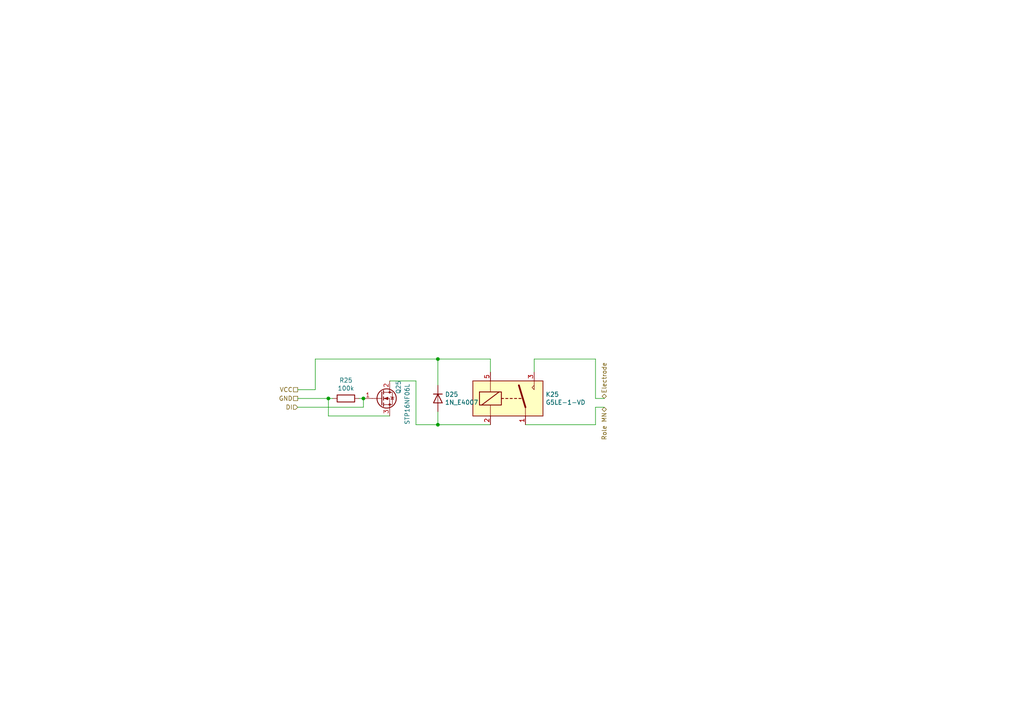
<source format=kicad_sch>
(kicad_sch (version 20211123) (generator eeschema)
  (paper "A4")
  (lib_symbols
    (symbol "Device:R" (pin_numbers hide) (pin_names (offset 0))
      (property "Reference" "R" (at 2.032 0 90))
      (property "Value" "R" (at 0 0 90))
      (symbol "R_0_1"
        (rectangle (start -1.016 -2.54) (end 1.016 2.54) (stroke (width 0.254)))
      )
      (symbol "R_1_1"
        (pin passive line (at 0 3.81 270) (length 1.27) (name "~") (number "1"))
        (pin passive line (at 0 -3.81 90) (length 1.27) (name "~") (number "2"))
      )
    )
    (symbol "Diode:1N4007" (pin_numbers hide) (pin_names (offset 1.016) hide)
      (property "Reference" "D" (at 0 2.54 0))
      (property "Value" "1N4007" (at 0 -2.54 0))
      (symbol "1N4007_0_1"
        (polyline (pts (xy -1.27 1.27) (xy -1.27 -1.27)) (stroke (width 0.254)))
        (polyline (pts (xy 1.27 0) (xy -1.27 0)))
        (polyline (pts (xy 1.27 1.27) (xy 1.27 -1.27) (xy -1.27 0) (xy 1.27 1.27)) (stroke (width 0.254)))
      )
      (symbol "1N4007_1_1"
        (pin passive line (at -3.81 0 0) (length 2.54) (name "K") (number "1"))
        (pin passive line (at 3.81 0 180) (length 2.54) (name "A") (number "2"))
      )
    )
    (symbol "relay_card_single:G5LE-1-VD"
      (property "Reference" "K14" (at 10.922 1.1684 0))
      (property "Value" "G5LE-1-VD" (at 10.922 -1.143 0))
      (symbol "G5LE-1-VD_0_0"
        (polyline (pts (xy 7.62 5.08) (xy 7.62 2.54) (xy 6.985 3.175) (xy 7.62 3.81)))
      )
      (symbol "G5LE-1-VD_0_1"
        (rectangle (start -10.16 5.08) (end 10.16 -5.08) (stroke (width 0.254)) (fill (type background)))
        (rectangle (start -8.255 1.905) (end -1.905 -1.905) (stroke (width 0.254)))
        (polyline (pts (xy -7.62 -1.905) (xy -2.54 1.905)) (stroke (width 0.254)))
        (polyline (pts (xy -5.08 -5.08) (xy -5.08 -1.905)))
        (polyline (pts (xy -5.08 5.08) (xy -5.08 1.905)))
        (polyline (pts (xy -1.905 0) (xy -1.27 0)) (stroke (width 0.254)))
        (polyline (pts (xy -0.635 0) (xy 0 0)) (stroke (width 0.254)))
        (polyline (pts (xy 0.635 0) (xy 1.27 0)) (stroke (width 0.254)))
        (polyline (pts (xy 1.905 0) (xy 2.54 0)) (stroke (width 0.254)))
        (polyline (pts (xy 3.175 0) (xy 3.81 0)) (stroke (width 0.254)))
        (polyline (pts (xy 5.08 -2.54) (xy 3.175 3.81)) (stroke (width 0.508)))
        (polyline (pts (xy 5.08 -2.54) (xy 5.08 -5.08)))
      )
      (symbol "G5LE-1-VD_1_1"
        (pin passive line (at 5.08 -7.62 90) (length 2.54) (name "~") (number "1"))
        (pin passive line (at -5.08 -7.62 90) (length 2.54) (name "~") (number "2"))
        (pin passive line (at 7.62 7.62 270) (length 2.54) (name "~") (number "3"))
        (pin passive line (at -5.08 7.62 270) (length 2.54) (name "~") (number "5"))
      )
    )
    (symbol "relay_card_single:STP16NF06L" (pin_names hide)
      (property "Reference" "Q14" (at 5.08 1.27 90))
      (property "Value" "STP16NF06L" (at 7.62 -7.62 90))
      (symbol "STP16NF06L_0_1"
        (polyline (pts (xy 0.254 0) (xy -2.54 0)))
        (polyline (pts (xy 0.254 1.905) (xy 0.254 -1.905)) (stroke (width 0.254)))
        (polyline (pts (xy 0.762 -1.27) (xy 0.762 -2.286)) (stroke (width 0.254)))
        (polyline (pts (xy 0.762 0.508) (xy 0.762 -0.508)) (stroke (width 0.254)))
        (polyline (pts (xy 0.762 2.286) (xy 0.762 1.27)) (stroke (width 0.254)))
        (polyline (pts (xy 2.54 2.54) (xy 2.54 1.778)))
        (polyline (pts (xy 2.54 -2.54) (xy 2.54 0) (xy 0.762 0)))
        (polyline (pts (xy 0.762 -1.778) (xy 3.302 -1.778) (xy 3.302 1.778) (xy 0.762 1.778)))
        (polyline (pts (xy 1.016 0) (xy 2.032 0.381) (xy 2.032 -0.381) (xy 1.016 0)) (fill (type outline)))
        (polyline (pts (xy 2.794 0.508) (xy 2.921 0.381) (xy 3.683 0.381) (xy 3.81 0.254)))
        (polyline (pts (xy 3.302 0.381) (xy 2.921 -0.254) (xy 3.683 -0.254) (xy 3.302 0.381)))
        (circle (center 1.651 0) (radius 2.794) (stroke (width 0.254)))
        (circle (center 2.54 -1.778) (radius 0.254) (fill (type outline)))
        (circle (center 2.54 1.778) (radius 0.254) (fill (type outline)))
      )
      (symbol "STP16NF06L_1_1"
        (pin input line (at -5.08 0 0) (length 2.54) (name "G") (number "1"))
        (pin passive line (at 2.54 5.08 270) (length 2.54) (name "D") (number "2"))
        (pin passive line (at 2.54 -5.08 90) (length 2.54) (name "S") (number "3"))
      )
    )
  )
  (junction (at 127 123.19))
  (junction (at 127 104.14))
  (junction (at 105.41 115.57))
  (junction (at 95.25 115.57))
  (wire (pts (xy 142.24 104.14) (xy 142.24 107.95)))
  (wire (pts (xy 127 104.14) (xy 91.44 104.14)))
  (wire (pts (xy 127 123.19) (xy 127 119.38)))
  (wire (pts (xy 86.36 118.11) (xy 105.41 118.11)))
  (wire (pts (xy 127 104.14) (xy 142.24 104.14)))
  (wire (pts (xy 172.72 123.19) (xy 152.4 123.19)))
  (wire (pts (xy 120.65 110.49) (xy 120.65 123.19)))
  (wire (pts (xy 154.94 104.14) (xy 172.72 104.14)))
  (wire (pts (xy 86.36 115.57) (xy 95.25 115.57)))
  (wire (pts (xy 154.94 107.95) (xy 154.94 104.14)))
  (wire (pts (xy 172.72 118.11) (xy 175.26 118.11)))
  (wire (pts (xy 91.44 113.03) (xy 86.36 113.03)))
  (wire (pts (xy 95.25 115.57) (xy 96.52 115.57)))
  (wire (pts (xy 113.03 110.49) (xy 120.65 110.49)))
  (wire (pts (xy 172.72 115.57) (xy 175.26 115.57)))
  (wire (pts (xy 172.72 104.14) (xy 172.72 115.57)))
  (wire (pts (xy 91.44 104.14) (xy 91.44 113.03)))
  (wire (pts (xy 172.72 118.11) (xy 172.72 123.19)))
  (wire (pts (xy 113.03 120.65) (xy 95.25 120.65)))
  (wire (pts (xy 95.25 115.57) (xy 95.25 120.65)))
  (wire (pts (xy 105.41 115.57) (xy 105.41 118.11)))
  (wire (pts (xy 127 123.19) (xy 142.24 123.19)))
  (wire (pts (xy 120.65 123.19) (xy 127 123.19)))
  (wire (pts (xy 127 104.14) (xy 127 111.76)))
  (wire (pts (xy 104.14 115.57) (xy 105.41 115.57)))
  (hierarchical_label "Role MN" (shape bidirectional) (at 175.26 118.11 270))
  (hierarchical_label "DI" (shape input) (at 86.36 118.11 180))
  (hierarchical_label "Electrode" (shape bidirectional) (at 175.26 115.57 90))
  (hierarchical_label "VCC" (shape passive) (at 86.36 113.03 180))
  (hierarchical_label "GND" (shape passive) (at 86.36 115.57 180))
  (symbol (lib_id "relay_card_single:STP16NF06L") (at 110.49 115.57 0)
    (property "Reference" "Q25" (at 115.57 114.3 90) (effects (justify left)))
    (property "Value" "STP16NF06L" (at 118.11 123.19 90) (effects (justify left)))
    (property "Footprint" "Package_TO_SOT_THT:TO-220-3_Vertical" (effects hide))
    (property "Datasheet" "https://media.digikey.com/pdf/Data%20Sheets/Fairchild%20PDFs/BUZ11.pdf" (effects hide))
  )
  (symbol (lib_id "relay_card_single:G5LE-1-VD") (at 147.32 115.57 0)
    (property "Reference" "K25" (at 158.242 114.4016 0) (effects (justify left)))
    (property "Value" "G5LE-1-VD" (at 158.242 116.713 0) (effects (justify left)))
    (property "Footprint" "KIGFA:Relay_SPDT_Omron-G5LE-1-VD" (effects hide))
    (property "Datasheet" "http://www.omron.com/ecb/products/pdf/en-g5le.pdf" (effects hide))
    (property "ref.Farnell" "2076257" (effects hide))
  )
  (symbol (lib_id "Device:R") (at 100.33 115.57 270)
    (property "Reference" "R25" (at 100.33 110.3122 90))
    (property "Value" "100k" (at 100.33 112.6236 90))
    (property "Footprint" "Resistor_THT:R_Axial_DIN0207_L6.3mm_D2.5mm_P15.24mm_Horizontal" (effects hide))
  )
  (symbol (lib_id "Diode:1N4007") (at 127 115.57 270)
    (property "Reference" "D25" (at 129.032 114.4016 90) (effects (justify left)))
    (property "Value" "1N_E4007" (at 129.032 116.713 90) (effects (justify left)))
    (property "Footprint" "Diode_THT:D_DO-41_SOD81_P10.16mm_Horizontal" (effects hide))
    (property "Datasheet" "http://www.vishay.com/docs/88503/1n4001.pdf" (effects hide))
  )
)
</source>
